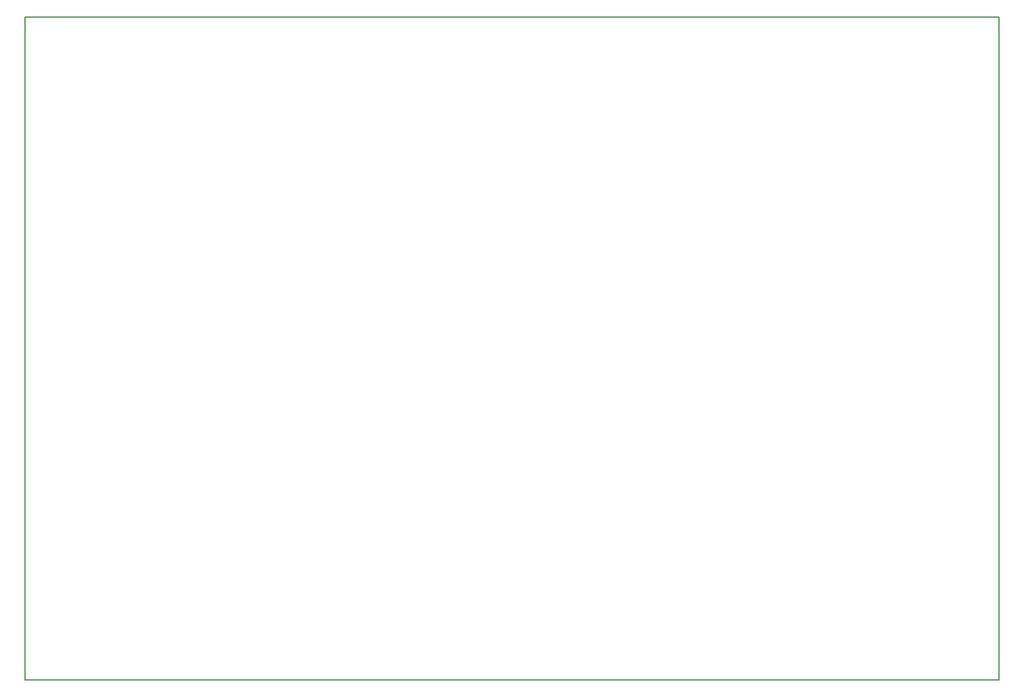
<source format=gbr>
G04 DesignSpark PCB Gerber Version 10.0 Build 5299*
G04 #@! TF.Part,Single*
%FSLAX35Y35*%
%MOIN*%
%ADD10C,0.00500*%
G04 #@! TD.AperFunction*
X0Y0D02*
D02*
D10*
X250Y250D02*
X532750D01*
Y362750D01*
X250D01*
Y250D01*
X0Y0D02*
M02*

</source>
